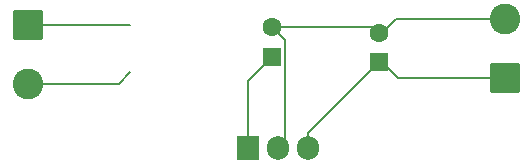
<source format=gbr>
%TF.GenerationSoftware,KiCad,Pcbnew,9.0.6*%
%TF.CreationDate,2025-11-21T23:30:09+05:30*%
%TF.ProjectId,charger_circuit,63686172-6765-4725-9f63-697263756974,rev?*%
%TF.SameCoordinates,Original*%
%TF.FileFunction,Copper,L2,Bot*%
%TF.FilePolarity,Positive*%
%FSLAX46Y46*%
G04 Gerber Fmt 4.6, Leading zero omitted, Abs format (unit mm)*
G04 Created by KiCad (PCBNEW 9.0.6) date 2025-11-21 23:30:09*
%MOMM*%
%LPD*%
G01*
G04 APERTURE LIST*
G04 Aperture macros list*
%AMRoundRect*
0 Rectangle with rounded corners*
0 $1 Rounding radius*
0 $2 $3 $4 $5 $6 $7 $8 $9 X,Y pos of 4 corners*
0 Add a 4 corners polygon primitive as box body*
4,1,4,$2,$3,$4,$5,$6,$7,$8,$9,$2,$3,0*
0 Add four circle primitives for the rounded corners*
1,1,$1+$1,$2,$3*
1,1,$1+$1,$4,$5*
1,1,$1+$1,$6,$7*
1,1,$1+$1,$8,$9*
0 Add four rect primitives between the rounded corners*
20,1,$1+$1,$2,$3,$4,$5,0*
20,1,$1+$1,$4,$5,$6,$7,0*
20,1,$1+$1,$6,$7,$8,$9,0*
20,1,$1+$1,$8,$9,$2,$3,0*%
G04 Aperture macros list end*
%TA.AperFunction,ComponentPad*%
%ADD10R,1.905000X2.000000*%
%TD*%
%TA.AperFunction,ComponentPad*%
%ADD11O,1.905000X2.000000*%
%TD*%
%TA.AperFunction,ComponentPad*%
%ADD12RoundRect,0.250000X1.050000X-1.050000X1.050000X1.050000X-1.050000X1.050000X-1.050000X-1.050000X0*%
%TD*%
%TA.AperFunction,ComponentPad*%
%ADD13C,2.600000*%
%TD*%
%TA.AperFunction,ComponentPad*%
%ADD14RoundRect,0.250000X-1.050000X1.050000X-1.050000X-1.050000X1.050000X-1.050000X1.050000X1.050000X0*%
%TD*%
%TA.AperFunction,ComponentPad*%
%ADD15RoundRect,0.250000X0.550000X-0.550000X0.550000X0.550000X-0.550000X0.550000X-0.550000X-0.550000X0*%
%TD*%
%TA.AperFunction,ComponentPad*%
%ADD16C,1.600000*%
%TD*%
%TA.AperFunction,Conductor*%
%ADD17C,0.200000*%
%TD*%
G04 APERTURE END LIST*
D10*
%TO.P,U1,1,IN*%
%TO.N,Net-(D1-+)*%
X60960000Y-48950000D03*
D11*
%TO.P,U1,2,GND*%
%TO.N,Net-(D1--)*%
X63500000Y-48950000D03*
%TO.P,U1,3,OUT*%
%TO.N,Net-(J2-Pin_1)*%
X66040000Y-48950000D03*
%TD*%
D12*
%TO.P,J2,1,Pin_1*%
%TO.N,Net-(J2-Pin_1)*%
X82672500Y-43000000D03*
D13*
%TO.P,J2,2,Pin_2*%
%TO.N,Net-(D1--)*%
X82672500Y-38000000D03*
%TD*%
D14*
%TO.P,J1,1,Pin_1*%
%TO.N,Net-(J1-Pin_1)*%
X42327500Y-38500000D03*
D13*
%TO.P,J1,2,Pin_2*%
%TO.N,Net-(J1-Pin_2)*%
X42327500Y-43500000D03*
%TD*%
D15*
%TO.P,C2,1*%
%TO.N,Net-(J2-Pin_1)*%
X72000000Y-41682380D03*
D16*
%TO.P,C2,2*%
%TO.N,Net-(D1--)*%
X72000000Y-39182380D03*
%TD*%
D15*
%TO.P,C1,1*%
%TO.N,Net-(D1-+)*%
X63000000Y-41182380D03*
D16*
%TO.P,C1,2*%
%TO.N,Net-(D1--)*%
X63000000Y-38682380D03*
%TD*%
D17*
%TO.N,Net-(J1-Pin_2)*%
X50000000Y-43500000D02*
X51000000Y-42500000D01*
X42327500Y-43500000D02*
X50000000Y-43500000D01*
%TO.N,Net-(J1-Pin_1)*%
X42327500Y-38500000D02*
X51000000Y-38500000D01*
%TO.N,Net-(D1--)*%
X64101000Y-39783380D02*
X63000000Y-38682380D01*
X64101000Y-48349000D02*
X64101000Y-39783380D01*
X63500000Y-48950000D02*
X64101000Y-48349000D01*
X73500000Y-38000000D02*
X82672500Y-38000000D01*
X72317620Y-39182380D02*
X73500000Y-38000000D01*
X72000000Y-39182380D02*
X72317620Y-39182380D01*
%TO.N,Net-(J2-Pin_1)*%
X72317620Y-41682380D02*
X73635240Y-43000000D01*
X73635240Y-43000000D02*
X82672500Y-43000000D01*
X72000000Y-41682380D02*
X72317620Y-41682380D01*
X66040000Y-47642380D02*
X72000000Y-41682380D01*
X66040000Y-48950000D02*
X66040000Y-47642380D01*
%TO.N,Net-(D1-+)*%
X60960000Y-43222380D02*
X63000000Y-41182380D01*
X60960000Y-48950000D02*
X60960000Y-43222380D01*
%TO.N,Net-(D1--)*%
X71500000Y-38682380D02*
X72000000Y-39182380D01*
X63000000Y-38682380D02*
X71500000Y-38682380D01*
%TD*%
M02*

</source>
